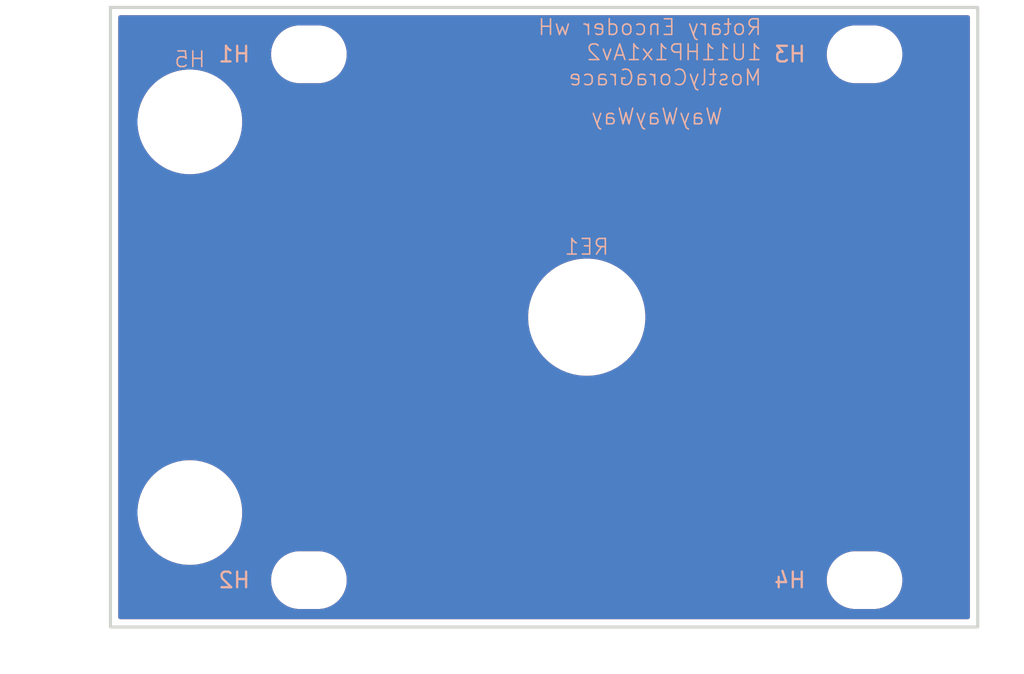
<source format=kicad_pcb>
(kicad_pcb (version 20241229) (generator "pcbnew") (generator_version "9.0")
  (layers (0 "F.Cu" signal) (2 "B.Cu" signal) (13 "F.Paste" user) (15 "B.Paste" user) (5 "F.SilkS" user "F.Silkscreen") (7 "B.SilkS" user "B.Silkscreen") (1 "F.Mask" user) (3 "B.Mask" user) (25 "Edge.Cuts" user))
  (net 0 "")
  (footprint "EXC:MountingHole_3.2mm_M3" (layer "F.Cu") (at 48.26 39.075)
    (property "Reference" "H4" (at -3.683 0 0) (layer "B.SilkS") (effects (justify left mirror)))
    (property "Value" "Eurorack_M3_MountingHole")
    (pad "" np_thru_hole oval (at 0 0) (size 4.34 3.2) (drill oval 4.34 3.2) (layers "*.Cu" "*.Mask"))
  )
  (footprint "EXC:MountingHole_3.2mm_M3" (layer "F.Cu") (at 12.7 5.425)
    (property "Reference" "H1" (at -3.683 0 0) (layer "B.SilkS") (effects (justify left mirror)))
    (property "Value" "Eurorack_M3_MountingHole")
    (pad "" np_thru_hole oval (at 0 0) (size 4.34 3.2) (drill oval 4.34 3.2) (layers "*.Cu" "*.Mask"))
  )
  (footprint "EXC:MountingHole_3.2mm_M3" (layer "F.Cu") (at 48.26 5.425)
    (property "Reference" "H3" (at -3.683 0 0) (layer "B.SilkS") (effects (justify left mirror)))
    (property "Value" "Eurorack_M3_MountingHole")
    (pad "" np_thru_hole oval (at 0 0) (size 4.34 3.2) (drill oval 4.34 3.2) (layers "*.Cu" "*.Mask"))
  )
  (footprint "EXC:MountingHole_3.2mm_M3" (layer "F.Cu") (at 12.7 39.075)
    (property "Reference" "H2" (at -3.683 0 0) (layer "B.SilkS") (effects (justify left mirror)))
    (property "Value" "Eurorack_M3_MountingHole")
    (pad "" np_thru_hole oval (at 0 0) (size 4.34 3.2) (drill oval 4.34 3.2) (layers "*.Cu" "*.Mask"))
  )
  (footprint "EXC:Rotary_Encoder_Mount_M7" (layer "F.Cu") (at 30.48 22.25)
    (property "Reference" "RE1" (at 0 -4.5 0) (layer "B.SilkS") (effects (font (thickness 0.1)) (justify mirror)))
    (property "Value" "Rotary Encoder panel mount")
    (pad "" np_thru_hole circle (at 0 0) (size 7 7) (drill 7) (layers "*.Cu" "*.Mask"))
  )
  (footprint "EXC:Handle_1UM3P25_B" (layer "F.Cu") (at 5.08 9.75)
    (property "Reference" "H5" (at 0 -4 0) (layer "B.SilkS") (effects (font (thickness 0.1)) (justify mirror)))
    (property "Value" "Handle_1UM3P25_PanelMount_B")
    (pad "" np_thru_hole circle (at 0 0) (size 6.2 6.2) (drill 6.2) (layers "*.Cu" "*.Mask"))
    (pad "" np_thru_hole circle (at 0 25) (size 6.2 6.2) (drill 6.2) (layers "*.Cu" "*.Mask"))
  )
  (gr_rect (start 0 2.425) (end 55.5 42.075) (stroke (width 0.2)) (fill no) (layer "Edge.Cuts"))
  (gr_text "WayWayWay" (at 39.25 10 0) (layer "B.SilkS") (effects (font (size 1 1) (thickness 0.1)) (justify left bottom mirror)))
  (gr_text "Rotary Encoder wH\n1U11HP1x1Av2\nMostlyCoraGrace" (at 41.75 7.5 0) (layer "B.SilkS") (effects (font (size 1 1) (thickness 0.1)) (justify left bottom mirror)))
  (zone (net 0) (net_name "") (layers "F.Cu" "B.Cu") (connect_pads (clearance 0.5)) (min_thickness 0.25) (fill yes (thermal_gap 0.5) (thermal_bridge_width 0.5) (island_removal_mode 1) (island_area_min 10))
    (polygon (pts (xy 0 2.425) (xy 55.5 2.425) (xy 55.5 42.075) (xy 0 42.075)))
  )
)
</source>
